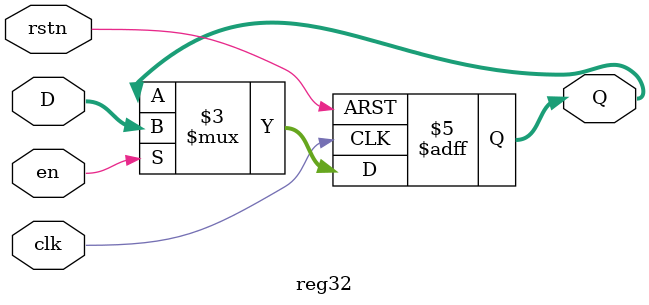
<source format=v>
`timescale 1ns / 1ps


module reg32(
    input clk,
    input rstn,
    input [31:0] D,
    input en,
    output reg [31:0] Q
    );
    always@(posedge clk,posedge rstn)
    begin
        if(rstn)
            Q<=32'b0;
        else if(en)
            Q<=D;
        else
            Q<=Q;
    end
endmodule

</source>
